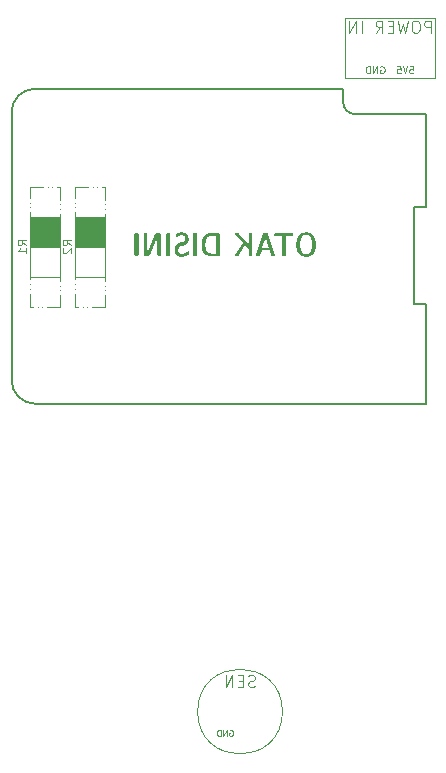
<source format=gbr>
%TF.GenerationSoftware,KiCad,Pcbnew,7.0.9+dfsg-1*%
%TF.CreationDate,2023-12-18T20:04:21+07:00*%
%TF.ProjectId,wifi,77696669-2e6b-4696-9361-645f70636258,rev?*%
%TF.SameCoordinates,Original*%
%TF.FileFunction,Legend,Bot*%
%TF.FilePolarity,Positive*%
%FSLAX46Y46*%
G04 Gerber Fmt 4.6, Leading zero omitted, Abs format (unit mm)*
G04 Created by KiCad (PCBNEW 7.0.9+dfsg-1) date 2023-12-18 20:04:21*
%MOMM*%
%LPD*%
G01*
G04 APERTURE LIST*
%ADD10C,0.100000*%
%ADD11C,0.150000*%
G04 APERTURE END LIST*
D10*
X163472380Y-78397419D02*
X163472380Y-77397419D01*
X163472380Y-77397419D02*
X163091428Y-77397419D01*
X163091428Y-77397419D02*
X162996190Y-77445038D01*
X162996190Y-77445038D02*
X162948571Y-77492657D01*
X162948571Y-77492657D02*
X162900952Y-77587895D01*
X162900952Y-77587895D02*
X162900952Y-77730752D01*
X162900952Y-77730752D02*
X162948571Y-77825990D01*
X162948571Y-77825990D02*
X162996190Y-77873609D01*
X162996190Y-77873609D02*
X163091428Y-77921228D01*
X163091428Y-77921228D02*
X163472380Y-77921228D01*
X162281904Y-77397419D02*
X162091428Y-77397419D01*
X162091428Y-77397419D02*
X161996190Y-77445038D01*
X161996190Y-77445038D02*
X161900952Y-77540276D01*
X161900952Y-77540276D02*
X161853333Y-77730752D01*
X161853333Y-77730752D02*
X161853333Y-78064085D01*
X161853333Y-78064085D02*
X161900952Y-78254561D01*
X161900952Y-78254561D02*
X161996190Y-78349800D01*
X161996190Y-78349800D02*
X162091428Y-78397419D01*
X162091428Y-78397419D02*
X162281904Y-78397419D01*
X162281904Y-78397419D02*
X162377142Y-78349800D01*
X162377142Y-78349800D02*
X162472380Y-78254561D01*
X162472380Y-78254561D02*
X162519999Y-78064085D01*
X162519999Y-78064085D02*
X162519999Y-77730752D01*
X162519999Y-77730752D02*
X162472380Y-77540276D01*
X162472380Y-77540276D02*
X162377142Y-77445038D01*
X162377142Y-77445038D02*
X162281904Y-77397419D01*
X161519999Y-77397419D02*
X161281904Y-78397419D01*
X161281904Y-78397419D02*
X161091428Y-77683133D01*
X161091428Y-77683133D02*
X160900952Y-78397419D01*
X160900952Y-78397419D02*
X160662857Y-77397419D01*
X160281904Y-77873609D02*
X159948571Y-77873609D01*
X159805714Y-78397419D02*
X160281904Y-78397419D01*
X160281904Y-78397419D02*
X160281904Y-77397419D01*
X160281904Y-77397419D02*
X159805714Y-77397419D01*
X158805714Y-78397419D02*
X159139047Y-77921228D01*
X159377142Y-78397419D02*
X159377142Y-77397419D01*
X159377142Y-77397419D02*
X158996190Y-77397419D01*
X158996190Y-77397419D02*
X158900952Y-77445038D01*
X158900952Y-77445038D02*
X158853333Y-77492657D01*
X158853333Y-77492657D02*
X158805714Y-77587895D01*
X158805714Y-77587895D02*
X158805714Y-77730752D01*
X158805714Y-77730752D02*
X158853333Y-77825990D01*
X158853333Y-77825990D02*
X158900952Y-77873609D01*
X158900952Y-77873609D02*
X158996190Y-77921228D01*
X158996190Y-77921228D02*
X159377142Y-77921228D01*
X157615237Y-78397419D02*
X157615237Y-77397419D01*
X157139047Y-78397419D02*
X157139047Y-77397419D01*
X157139047Y-77397419D02*
X156567619Y-78397419D01*
X156567619Y-78397419D02*
X156567619Y-77397419D01*
X161690000Y-81252371D02*
X161975714Y-81252371D01*
X161975714Y-81252371D02*
X162004286Y-81538085D01*
X162004286Y-81538085D02*
X161975714Y-81509514D01*
X161975714Y-81509514D02*
X161918572Y-81480942D01*
X161918572Y-81480942D02*
X161775714Y-81480942D01*
X161775714Y-81480942D02*
X161718572Y-81509514D01*
X161718572Y-81509514D02*
X161690000Y-81538085D01*
X161690000Y-81538085D02*
X161661429Y-81595228D01*
X161661429Y-81595228D02*
X161661429Y-81738085D01*
X161661429Y-81738085D02*
X161690000Y-81795228D01*
X161690000Y-81795228D02*
X161718572Y-81823800D01*
X161718572Y-81823800D02*
X161775714Y-81852371D01*
X161775714Y-81852371D02*
X161918572Y-81852371D01*
X161918572Y-81852371D02*
X161975714Y-81823800D01*
X161975714Y-81823800D02*
X162004286Y-81795228D01*
X161490000Y-81252371D02*
X161290000Y-81852371D01*
X161290000Y-81852371D02*
X161090000Y-81252371D01*
X160604285Y-81252371D02*
X160889999Y-81252371D01*
X160889999Y-81252371D02*
X160918571Y-81538085D01*
X160918571Y-81538085D02*
X160889999Y-81509514D01*
X160889999Y-81509514D02*
X160832857Y-81480942D01*
X160832857Y-81480942D02*
X160689999Y-81480942D01*
X160689999Y-81480942D02*
X160632857Y-81509514D01*
X160632857Y-81509514D02*
X160604285Y-81538085D01*
X160604285Y-81538085D02*
X160575714Y-81595228D01*
X160575714Y-81595228D02*
X160575714Y-81738085D01*
X160575714Y-81738085D02*
X160604285Y-81795228D01*
X160604285Y-81795228D02*
X160632857Y-81823800D01*
X160632857Y-81823800D02*
X160689999Y-81852371D01*
X160689999Y-81852371D02*
X160832857Y-81852371D01*
X160832857Y-81852371D02*
X160889999Y-81823800D01*
X160889999Y-81823800D02*
X160918571Y-81795228D01*
X159207142Y-81280942D02*
X159264285Y-81252371D01*
X159264285Y-81252371D02*
X159349999Y-81252371D01*
X159349999Y-81252371D02*
X159435713Y-81280942D01*
X159435713Y-81280942D02*
X159492856Y-81338085D01*
X159492856Y-81338085D02*
X159521427Y-81395228D01*
X159521427Y-81395228D02*
X159549999Y-81509514D01*
X159549999Y-81509514D02*
X159549999Y-81595228D01*
X159549999Y-81595228D02*
X159521427Y-81709514D01*
X159521427Y-81709514D02*
X159492856Y-81766657D01*
X159492856Y-81766657D02*
X159435713Y-81823800D01*
X159435713Y-81823800D02*
X159349999Y-81852371D01*
X159349999Y-81852371D02*
X159292856Y-81852371D01*
X159292856Y-81852371D02*
X159207142Y-81823800D01*
X159207142Y-81823800D02*
X159178570Y-81795228D01*
X159178570Y-81795228D02*
X159178570Y-81595228D01*
X159178570Y-81595228D02*
X159292856Y-81595228D01*
X158921427Y-81852371D02*
X158921427Y-81252371D01*
X158921427Y-81252371D02*
X158578570Y-81852371D01*
X158578570Y-81852371D02*
X158578570Y-81252371D01*
X158292856Y-81852371D02*
X158292856Y-81252371D01*
X158292856Y-81252371D02*
X158149999Y-81252371D01*
X158149999Y-81252371D02*
X158064285Y-81280942D01*
X158064285Y-81280942D02*
X158007142Y-81338085D01*
X158007142Y-81338085D02*
X157978571Y-81395228D01*
X157978571Y-81395228D02*
X157949999Y-81509514D01*
X157949999Y-81509514D02*
X157949999Y-81595228D01*
X157949999Y-81595228D02*
X157978571Y-81709514D01*
X157978571Y-81709514D02*
X158007142Y-81766657D01*
X158007142Y-81766657D02*
X158064285Y-81823800D01*
X158064285Y-81823800D02*
X158149999Y-81852371D01*
X158149999Y-81852371D02*
X158292856Y-81852371D01*
X148581904Y-133759800D02*
X148439047Y-133807419D01*
X148439047Y-133807419D02*
X148200952Y-133807419D01*
X148200952Y-133807419D02*
X148105714Y-133759800D01*
X148105714Y-133759800D02*
X148058095Y-133712180D01*
X148058095Y-133712180D02*
X148010476Y-133616942D01*
X148010476Y-133616942D02*
X148010476Y-133521704D01*
X148010476Y-133521704D02*
X148058095Y-133426466D01*
X148058095Y-133426466D02*
X148105714Y-133378847D01*
X148105714Y-133378847D02*
X148200952Y-133331228D01*
X148200952Y-133331228D02*
X148391428Y-133283609D01*
X148391428Y-133283609D02*
X148486666Y-133235990D01*
X148486666Y-133235990D02*
X148534285Y-133188371D01*
X148534285Y-133188371D02*
X148581904Y-133093133D01*
X148581904Y-133093133D02*
X148581904Y-132997895D01*
X148581904Y-132997895D02*
X148534285Y-132902657D01*
X148534285Y-132902657D02*
X148486666Y-132855038D01*
X148486666Y-132855038D02*
X148391428Y-132807419D01*
X148391428Y-132807419D02*
X148153333Y-132807419D01*
X148153333Y-132807419D02*
X148010476Y-132855038D01*
X147581904Y-133283609D02*
X147248571Y-133283609D01*
X147105714Y-133807419D02*
X147581904Y-133807419D01*
X147581904Y-133807419D02*
X147581904Y-132807419D01*
X147581904Y-132807419D02*
X147105714Y-132807419D01*
X146677142Y-133807419D02*
X146677142Y-132807419D01*
X146677142Y-132807419D02*
X146105714Y-133807419D01*
X146105714Y-133807419D02*
X146105714Y-132807419D01*
X146430952Y-137479919D02*
X146478571Y-137456109D01*
X146478571Y-137456109D02*
X146550000Y-137456109D01*
X146550000Y-137456109D02*
X146621428Y-137479919D01*
X146621428Y-137479919D02*
X146669047Y-137527538D01*
X146669047Y-137527538D02*
X146692857Y-137575157D01*
X146692857Y-137575157D02*
X146716666Y-137670395D01*
X146716666Y-137670395D02*
X146716666Y-137741823D01*
X146716666Y-137741823D02*
X146692857Y-137837061D01*
X146692857Y-137837061D02*
X146669047Y-137884680D01*
X146669047Y-137884680D02*
X146621428Y-137932300D01*
X146621428Y-137932300D02*
X146550000Y-137956109D01*
X146550000Y-137956109D02*
X146502381Y-137956109D01*
X146502381Y-137956109D02*
X146430952Y-137932300D01*
X146430952Y-137932300D02*
X146407143Y-137908490D01*
X146407143Y-137908490D02*
X146407143Y-137741823D01*
X146407143Y-137741823D02*
X146502381Y-137741823D01*
X146192857Y-137956109D02*
X146192857Y-137456109D01*
X146192857Y-137456109D02*
X145907143Y-137956109D01*
X145907143Y-137956109D02*
X145907143Y-137456109D01*
X145669047Y-137956109D02*
X145669047Y-137456109D01*
X145669047Y-137456109D02*
X145549999Y-137456109D01*
X145549999Y-137456109D02*
X145478571Y-137479919D01*
X145478571Y-137479919D02*
X145430952Y-137527538D01*
X145430952Y-137527538D02*
X145407142Y-137575157D01*
X145407142Y-137575157D02*
X145383333Y-137670395D01*
X145383333Y-137670395D02*
X145383333Y-137741823D01*
X145383333Y-137741823D02*
X145407142Y-137837061D01*
X145407142Y-137837061D02*
X145430952Y-137884680D01*
X145430952Y-137884680D02*
X145478571Y-137932300D01*
X145478571Y-137932300D02*
X145549999Y-137956109D01*
X145549999Y-137956109D02*
X145669047Y-137956109D01*
X132998633Y-96403333D02*
X132665300Y-96170000D01*
X132998633Y-96003333D02*
X132298633Y-96003333D01*
X132298633Y-96003333D02*
X132298633Y-96270000D01*
X132298633Y-96270000D02*
X132331966Y-96336667D01*
X132331966Y-96336667D02*
X132365300Y-96370000D01*
X132365300Y-96370000D02*
X132431966Y-96403333D01*
X132431966Y-96403333D02*
X132531966Y-96403333D01*
X132531966Y-96403333D02*
X132598633Y-96370000D01*
X132598633Y-96370000D02*
X132631966Y-96336667D01*
X132631966Y-96336667D02*
X132665300Y-96270000D01*
X132665300Y-96270000D02*
X132665300Y-96003333D01*
X132365300Y-96670000D02*
X132331966Y-96703333D01*
X132331966Y-96703333D02*
X132298633Y-96770000D01*
X132298633Y-96770000D02*
X132298633Y-96936667D01*
X132298633Y-96936667D02*
X132331966Y-97003333D01*
X132331966Y-97003333D02*
X132365300Y-97036667D01*
X132365300Y-97036667D02*
X132431966Y-97070000D01*
X132431966Y-97070000D02*
X132498633Y-97070000D01*
X132498633Y-97070000D02*
X132598633Y-97036667D01*
X132598633Y-97036667D02*
X132998633Y-96636667D01*
X132998633Y-96636667D02*
X132998633Y-97070000D01*
D11*
G36*
X152935407Y-95319482D02*
G01*
X152960060Y-95320440D01*
X152984522Y-95322032D01*
X153008782Y-95324254D01*
X153032825Y-95327104D01*
X153056638Y-95330577D01*
X153080208Y-95334671D01*
X153103522Y-95339381D01*
X153126566Y-95344704D01*
X153149327Y-95350638D01*
X153171792Y-95357177D01*
X153193946Y-95364319D01*
X153215778Y-95372061D01*
X153237273Y-95380398D01*
X153258419Y-95389328D01*
X153279202Y-95398846D01*
X153299608Y-95408950D01*
X153319624Y-95419636D01*
X153339237Y-95430900D01*
X153358434Y-95442738D01*
X153377202Y-95455149D01*
X153395526Y-95468127D01*
X153413394Y-95481669D01*
X153430792Y-95495773D01*
X153447708Y-95510433D01*
X153464127Y-95525648D01*
X153480036Y-95541413D01*
X153495422Y-95557725D01*
X153510272Y-95574581D01*
X153524573Y-95591976D01*
X153538310Y-95609909D01*
X153551471Y-95628374D01*
X153570616Y-95658156D01*
X153589159Y-95689359D01*
X153607012Y-95722143D01*
X153624088Y-95756670D01*
X153632307Y-95774637D01*
X153640299Y-95793100D01*
X153648053Y-95812079D01*
X153655559Y-95831594D01*
X153662804Y-95851666D01*
X153669779Y-95872314D01*
X153676473Y-95893559D01*
X153682874Y-95915420D01*
X153688971Y-95937918D01*
X153694755Y-95961073D01*
X153700213Y-95984906D01*
X153705335Y-96009435D01*
X153710110Y-96034682D01*
X153714526Y-96060667D01*
X153718575Y-96087409D01*
X153722243Y-96114928D01*
X153725520Y-96143246D01*
X153728396Y-96172381D01*
X153730860Y-96202355D01*
X153732900Y-96233187D01*
X153734505Y-96264897D01*
X153735666Y-96297505D01*
X153736370Y-96331033D01*
X153736607Y-96365498D01*
X153736505Y-96388643D01*
X153736181Y-96412082D01*
X153735613Y-96435793D01*
X153734776Y-96459753D01*
X153733649Y-96483940D01*
X153732206Y-96508329D01*
X153730424Y-96532899D01*
X153728280Y-96557626D01*
X153725751Y-96582488D01*
X153722812Y-96607461D01*
X153719441Y-96632523D01*
X153715613Y-96657651D01*
X153711305Y-96682822D01*
X153706495Y-96708013D01*
X153701157Y-96733201D01*
X153695269Y-96758363D01*
X153688807Y-96783477D01*
X153681748Y-96808519D01*
X153674068Y-96833466D01*
X153665744Y-96858297D01*
X153656751Y-96882987D01*
X153647067Y-96907513D01*
X153636668Y-96931854D01*
X153625530Y-96955986D01*
X153613631Y-96979886D01*
X153600945Y-97003531D01*
X153587451Y-97026899D01*
X153573124Y-97049966D01*
X153557941Y-97072710D01*
X153541878Y-97095107D01*
X153524912Y-97117135D01*
X153507019Y-97138771D01*
X153482380Y-97165578D01*
X153455765Y-97191180D01*
X153427237Y-97215503D01*
X153396858Y-97238476D01*
X153364690Y-97260026D01*
X153347954Y-97270246D01*
X153330795Y-97280082D01*
X153313220Y-97289527D01*
X153295236Y-97298571D01*
X153276852Y-97307205D01*
X153258075Y-97315420D01*
X153238913Y-97323207D01*
X153219373Y-97330558D01*
X153199465Y-97337462D01*
X153179195Y-97343911D01*
X153158571Y-97349897D01*
X153137600Y-97355409D01*
X153116292Y-97360439D01*
X153094653Y-97364978D01*
X153072692Y-97369017D01*
X153050415Y-97372547D01*
X153027831Y-97375558D01*
X153004948Y-97378042D01*
X152981774Y-97379990D01*
X152958315Y-97381393D01*
X152934581Y-97382241D01*
X152910578Y-97382526D01*
X152873239Y-97381819D01*
X152834984Y-97379623D01*
X152795994Y-97375822D01*
X152776281Y-97373282D01*
X152756453Y-97370298D01*
X152736533Y-97366855D01*
X152716543Y-97362937D01*
X152696506Y-97358532D01*
X152676445Y-97353623D01*
X152656384Y-97348197D01*
X152636344Y-97342239D01*
X152616349Y-97335735D01*
X152596421Y-97328670D01*
X152576583Y-97321030D01*
X152556858Y-97312800D01*
X152537269Y-97303965D01*
X152517838Y-97294512D01*
X152498589Y-97284426D01*
X152479544Y-97273692D01*
X152460726Y-97262295D01*
X152442158Y-97250222D01*
X152423863Y-97237458D01*
X152405863Y-97223988D01*
X152388181Y-97209798D01*
X152370840Y-97194873D01*
X152353864Y-97179199D01*
X152337273Y-97162761D01*
X152321093Y-97145545D01*
X152305344Y-97127536D01*
X152288207Y-97106382D01*
X152271953Y-97084792D01*
X152256558Y-97062795D01*
X152242001Y-97040416D01*
X152228260Y-97017681D01*
X152215313Y-96994617D01*
X152203137Y-96971249D01*
X152191710Y-96947605D01*
X152181010Y-96923711D01*
X152171015Y-96899592D01*
X152161703Y-96875276D01*
X152153051Y-96850788D01*
X152145038Y-96826155D01*
X152137640Y-96801403D01*
X152130836Y-96776558D01*
X152124605Y-96751646D01*
X152118922Y-96726695D01*
X152113767Y-96701730D01*
X152109117Y-96676777D01*
X152104951Y-96651864D01*
X152101245Y-96627015D01*
X152097977Y-96602258D01*
X152095126Y-96577618D01*
X152092670Y-96553123D01*
X152090585Y-96528798D01*
X152088851Y-96504669D01*
X152087444Y-96480763D01*
X152086342Y-96457107D01*
X152085524Y-96433726D01*
X152084968Y-96410646D01*
X152084650Y-96387895D01*
X152084549Y-96365498D01*
X152084647Y-96340379D01*
X152084945Y-96320069D01*
X152426000Y-96320069D01*
X152426080Y-96353729D01*
X152426385Y-96387981D01*
X152427015Y-96422756D01*
X152428069Y-96457983D01*
X152429647Y-96493590D01*
X152431848Y-96529507D01*
X152434772Y-96565663D01*
X152438518Y-96601987D01*
X152443185Y-96638408D01*
X152448874Y-96674856D01*
X152455683Y-96711259D01*
X152463713Y-96747548D01*
X152473062Y-96783650D01*
X152483829Y-96819495D01*
X152496116Y-96855013D01*
X152510020Y-96890132D01*
X152520244Y-96912843D01*
X152530929Y-96934376D01*
X152542045Y-96954761D01*
X152553558Y-96974029D01*
X152565438Y-96992208D01*
X152577655Y-97009329D01*
X152590176Y-97025422D01*
X152602969Y-97040517D01*
X152629252Y-97067832D01*
X152656251Y-97091515D01*
X152683716Y-97111805D01*
X152711398Y-97128941D01*
X152739045Y-97143163D01*
X152766408Y-97154711D01*
X152793235Y-97163825D01*
X152819277Y-97170744D01*
X152844283Y-97175709D01*
X152868002Y-97178958D01*
X152890184Y-97180732D01*
X152910578Y-97181270D01*
X152931402Y-97180699D01*
X152953955Y-97178833D01*
X152977987Y-97175441D01*
X153003245Y-97170294D01*
X153029480Y-97163160D01*
X153056440Y-97153809D01*
X153083873Y-97142012D01*
X153111529Y-97127536D01*
X153139156Y-97110153D01*
X153166504Y-97089631D01*
X153193320Y-97065740D01*
X153219354Y-97038250D01*
X153232000Y-97023083D01*
X153244356Y-97006930D01*
X153256390Y-96989763D01*
X153268072Y-96971551D01*
X153279370Y-96952266D01*
X153290253Y-96931881D01*
X153300690Y-96910365D01*
X153310648Y-96887690D01*
X153323183Y-96856344D01*
X153334454Y-96824731D01*
X153344522Y-96792791D01*
X153353451Y-96760462D01*
X153361304Y-96727684D01*
X153368144Y-96694395D01*
X153374034Y-96660536D01*
X153379036Y-96626045D01*
X153383214Y-96590861D01*
X153386630Y-96554923D01*
X153389348Y-96518171D01*
X153391431Y-96480544D01*
X153392941Y-96441982D01*
X153393502Y-96422330D01*
X153393942Y-96402422D01*
X153394271Y-96382249D01*
X153394497Y-96361805D01*
X153394626Y-96341081D01*
X153394667Y-96320069D01*
X153394642Y-96292871D01*
X153394465Y-96263291D01*
X153393985Y-96231596D01*
X153393049Y-96198047D01*
X153391507Y-96162910D01*
X153389206Y-96126449D01*
X153385995Y-96088927D01*
X153381722Y-96050608D01*
X153379140Y-96031233D01*
X153376236Y-96011758D01*
X153372990Y-95992215D01*
X153369384Y-95972639D01*
X153365399Y-95953061D01*
X153361016Y-95933515D01*
X153356215Y-95914034D01*
X153350978Y-95894652D01*
X153345287Y-95875400D01*
X153339121Y-95856312D01*
X153332462Y-95837421D01*
X153325291Y-95818760D01*
X153317589Y-95800362D01*
X153309337Y-95782260D01*
X153300517Y-95764487D01*
X153291108Y-95747076D01*
X153271540Y-95714207D01*
X153250675Y-95684393D01*
X153228670Y-95657504D01*
X153205684Y-95633411D01*
X153181874Y-95611986D01*
X153157397Y-95593100D01*
X153132410Y-95576623D01*
X153107071Y-95562428D01*
X153081538Y-95550385D01*
X153055967Y-95540366D01*
X153030517Y-95532242D01*
X153005344Y-95525883D01*
X152980607Y-95521162D01*
X152956461Y-95517949D01*
X152933066Y-95516116D01*
X152910578Y-95515533D01*
X152883543Y-95516413D01*
X152862930Y-95518222D01*
X152840558Y-95521283D01*
X152816692Y-95525832D01*
X152791600Y-95532105D01*
X152765550Y-95540336D01*
X152738807Y-95550762D01*
X152711638Y-95563618D01*
X152684311Y-95579138D01*
X152657092Y-95597559D01*
X152630249Y-95619116D01*
X152604048Y-95644044D01*
X152578756Y-95672580D01*
X152566534Y-95688273D01*
X152554640Y-95704957D01*
X152543106Y-95722660D01*
X152531967Y-95741412D01*
X152521255Y-95761242D01*
X152504971Y-95795537D01*
X152490655Y-95830554D01*
X152478181Y-95866157D01*
X152467422Y-95902208D01*
X152458252Y-95938571D01*
X152450544Y-95975110D01*
X152444171Y-96011687D01*
X152439006Y-96048166D01*
X152434924Y-96084410D01*
X152431796Y-96120283D01*
X152429497Y-96155648D01*
X152427901Y-96190369D01*
X152426879Y-96224308D01*
X152426306Y-96257328D01*
X152426056Y-96289295D01*
X152426000Y-96320069D01*
X152084945Y-96320069D01*
X152085080Y-96310907D01*
X152086059Y-96277493D01*
X152087793Y-96240545D01*
X152089008Y-96220875D01*
X152090491Y-96200475D01*
X152092267Y-96179397D01*
X152094363Y-96157693D01*
X152096805Y-96135412D01*
X152099620Y-96112607D01*
X152102832Y-96089329D01*
X152106470Y-96065629D01*
X152110558Y-96041559D01*
X152115123Y-96017169D01*
X152120191Y-95992511D01*
X152125789Y-95967635D01*
X152131942Y-95942595D01*
X152138677Y-95917440D01*
X152146020Y-95892221D01*
X152153998Y-95866991D01*
X152162636Y-95841800D01*
X152171960Y-95816700D01*
X152181998Y-95791742D01*
X152192774Y-95766977D01*
X152204316Y-95742456D01*
X152216649Y-95718230D01*
X152229800Y-95694352D01*
X152243795Y-95670872D01*
X152262257Y-95642615D01*
X152281342Y-95615885D01*
X152301003Y-95590641D01*
X152321192Y-95566842D01*
X152341864Y-95544445D01*
X152362970Y-95523411D01*
X152384465Y-95503697D01*
X152406301Y-95485262D01*
X152428430Y-95468066D01*
X152450807Y-95452066D01*
X152473384Y-95437221D01*
X152496114Y-95423490D01*
X152518951Y-95410832D01*
X152541846Y-95399205D01*
X152564754Y-95388568D01*
X152587628Y-95378879D01*
X152610420Y-95370098D01*
X152633083Y-95362183D01*
X152655571Y-95355093D01*
X152677837Y-95348786D01*
X152699833Y-95343221D01*
X152721512Y-95338357D01*
X152742829Y-95334152D01*
X152763735Y-95330565D01*
X152784183Y-95327555D01*
X152804128Y-95325080D01*
X152842317Y-95321572D01*
X152877925Y-95319709D01*
X152910578Y-95319162D01*
X152935407Y-95319482D01*
G37*
G36*
X150229280Y-95524815D02*
G01*
X150229592Y-95503533D01*
X150230848Y-95483980D01*
X150234823Y-95460735D01*
X150242469Y-95440893D01*
X150254927Y-95424644D01*
X150273336Y-95412175D01*
X150291733Y-95405419D01*
X150314598Y-95400975D01*
X150342413Y-95398924D01*
X150352867Y-95398785D01*
X151713788Y-95398785D01*
X151739470Y-95399484D01*
X151761697Y-95401751D01*
X151786310Y-95407649D01*
X151805621Y-95417386D01*
X151820112Y-95431562D01*
X151830265Y-95450778D01*
X151836559Y-95475636D01*
X151839037Y-95498343D01*
X151839817Y-95524815D01*
X151838903Y-95553092D01*
X151836060Y-95576896D01*
X151831134Y-95596596D01*
X151821066Y-95617118D01*
X151806665Y-95631876D01*
X151787573Y-95641747D01*
X151763426Y-95647607D01*
X151741783Y-95649896D01*
X151716943Y-95650792D01*
X151707926Y-95650844D01*
X151203809Y-95642540D01*
X151203809Y-97194459D01*
X151203110Y-97220129D01*
X151200843Y-97242323D01*
X151194945Y-97266867D01*
X151185209Y-97286093D01*
X151171033Y-97300493D01*
X151151816Y-97310560D01*
X151126959Y-97316786D01*
X151104252Y-97319231D01*
X151077780Y-97320000D01*
X150985456Y-97320000D01*
X150959846Y-97319233D01*
X150937817Y-97316805D01*
X150913614Y-97310650D01*
X150894815Y-97300739D01*
X150880870Y-97286615D01*
X150871230Y-97267819D01*
X150865346Y-97243895D01*
X150863066Y-97222310D01*
X150862358Y-97197390D01*
X150862358Y-95642540D01*
X150358240Y-95650844D01*
X150332486Y-95650273D01*
X150310061Y-95648339D01*
X150290791Y-95644707D01*
X150269706Y-95636650D01*
X150253511Y-95624193D01*
X150241791Y-95606547D01*
X150234136Y-95582922D01*
X150230814Y-95560804D01*
X150229373Y-95534545D01*
X150229280Y-95524815D01*
G37*
G36*
X149564838Y-95381891D02*
G01*
X149586357Y-95383306D01*
X149608676Y-95387149D01*
X149631007Y-95394633D01*
X149652560Y-95406971D01*
X149667738Y-95420140D01*
X149681701Y-95437235D01*
X149694115Y-95458767D01*
X149704646Y-95485247D01*
X150244912Y-97205694D01*
X150250699Y-97225010D01*
X150255591Y-97244631D01*
X150256147Y-97250635D01*
X150253174Y-97273530D01*
X150242280Y-97294244D01*
X150225456Y-97307654D01*
X150204893Y-97315349D01*
X150182782Y-97318916D01*
X150161316Y-97319942D01*
X150149657Y-97320000D01*
X150104716Y-97320000D01*
X150082856Y-97319425D01*
X150063332Y-97317738D01*
X150038075Y-97313246D01*
X150017170Y-97306565D01*
X149995135Y-97294579D01*
X149978595Y-97279485D01*
X149966269Y-97261730D01*
X149956873Y-97241759D01*
X149949126Y-97220019D01*
X149945470Y-97208625D01*
X149827745Y-96842260D01*
X149150215Y-96842260D01*
X149057403Y-97141214D01*
X149049389Y-97166728D01*
X149041881Y-97189849D01*
X149034675Y-97210680D01*
X149027567Y-97229324D01*
X149016643Y-97253416D01*
X149004792Y-97273168D01*
X148991326Y-97288927D01*
X148975558Y-97301040D01*
X148956798Y-97309857D01*
X148934358Y-97315723D01*
X148907550Y-97318988D01*
X148886912Y-97319891D01*
X148875686Y-97320000D01*
X148780431Y-97320000D01*
X148760403Y-97319735D01*
X148738416Y-97317883D01*
X148716662Y-97312855D01*
X148697332Y-97303065D01*
X148682617Y-97286924D01*
X148675640Y-97268372D01*
X148673942Y-97250635D01*
X148678681Y-97230233D01*
X148685177Y-97211067D01*
X148866695Y-96632212D01*
X149214207Y-96632212D01*
X149763265Y-96632212D01*
X149600599Y-96093900D01*
X149591208Y-96062538D01*
X149581933Y-96031358D01*
X149572825Y-96000474D01*
X149563932Y-95970001D01*
X149555302Y-95940051D01*
X149546984Y-95910738D01*
X149539026Y-95882177D01*
X149531478Y-95854481D01*
X149524388Y-95827764D01*
X149517804Y-95802140D01*
X149511776Y-95777722D01*
X149506352Y-95754624D01*
X149501580Y-95732960D01*
X149497509Y-95712844D01*
X149492825Y-95685821D01*
X149491667Y-95677711D01*
X149488736Y-95677711D01*
X149485015Y-95698968D01*
X149480171Y-95722745D01*
X149474341Y-95748677D01*
X149467662Y-95776400D01*
X149460270Y-95805548D01*
X149452303Y-95835757D01*
X149443895Y-95866661D01*
X149435185Y-95897896D01*
X149426310Y-95929096D01*
X149417404Y-95959897D01*
X149408607Y-95989934D01*
X149400053Y-96018842D01*
X149391879Y-96046255D01*
X149384224Y-96071810D01*
X149377222Y-96095140D01*
X149371011Y-96115882D01*
X149214207Y-96632212D01*
X148866695Y-96632212D01*
X149225442Y-95488178D01*
X149232173Y-95469433D01*
X149243699Y-95445654D01*
X149256720Y-95426614D01*
X149270991Y-95411785D01*
X149291536Y-95397655D01*
X149313281Y-95388828D01*
X149335641Y-95384057D01*
X149358033Y-95382094D01*
X149379872Y-95381692D01*
X149385177Y-95381688D01*
X149544912Y-95381688D01*
X149564838Y-95381891D01*
G37*
G36*
X146879734Y-97244773D02*
G01*
X147563125Y-96183293D01*
X146927605Y-95490621D01*
X146913298Y-95474831D01*
X146900279Y-95458174D01*
X146893999Y-95438473D01*
X146893900Y-95434933D01*
X146897542Y-95413671D01*
X146910036Y-95396737D01*
X146928874Y-95387172D01*
X146951389Y-95382873D01*
X146971037Y-95381792D01*
X146986224Y-95381688D01*
X147089782Y-95381688D01*
X147109982Y-95381803D01*
X147133254Y-95382992D01*
X147155122Y-95386597D01*
X147176435Y-95393958D01*
X147193657Y-95403454D01*
X147211503Y-95416899D01*
X147230408Y-95434981D01*
X147235351Y-95440307D01*
X148036468Y-96311765D01*
X148036468Y-95504787D01*
X148036966Y-95481772D01*
X148038702Y-95461320D01*
X148043570Y-95437923D01*
X148052141Y-95418812D01*
X148065274Y-95403830D01*
X148083828Y-95392824D01*
X148108662Y-95385639D01*
X148131925Y-95382665D01*
X148159566Y-95381688D01*
X148221115Y-95381688D01*
X148246910Y-95382399D01*
X148269206Y-95384696D01*
X148293853Y-95390651D01*
X148313151Y-95400447D01*
X148327597Y-95414667D01*
X148337690Y-95433897D01*
X148343928Y-95458720D01*
X148346375Y-95481358D01*
X148347145Y-95507718D01*
X148347145Y-97194459D01*
X148346446Y-97220129D01*
X148344179Y-97242323D01*
X148338281Y-97266867D01*
X148328544Y-97286093D01*
X148314368Y-97300493D01*
X148295152Y-97310560D01*
X148270294Y-97316786D01*
X148247587Y-97319231D01*
X148221115Y-97320000D01*
X148159566Y-97320000D01*
X148133844Y-97319233D01*
X148111746Y-97316805D01*
X148087508Y-97310650D01*
X148068722Y-97300739D01*
X148054823Y-97286615D01*
X148045242Y-97267819D01*
X148039414Y-97243895D01*
X148037164Y-97222310D01*
X148036468Y-97197390D01*
X148036468Y-96697180D01*
X147764870Y-96401158D01*
X147213369Y-97256008D01*
X147199453Y-97276429D01*
X147186762Y-97291973D01*
X147171208Y-97305555D01*
X147150607Y-97314991D01*
X147129701Y-97318656D01*
X147109225Y-97319774D01*
X147084409Y-97320000D01*
X146974988Y-97320000D01*
X146954066Y-97319853D01*
X146931072Y-97318326D01*
X146911901Y-97313700D01*
X146894417Y-97301634D01*
X146884840Y-97284129D01*
X146880688Y-97264009D01*
X146879734Y-97244773D01*
G37*
G36*
X145503575Y-95382399D02*
G01*
X145525870Y-95384696D01*
X145550518Y-95390651D01*
X145569815Y-95400447D01*
X145584262Y-95414667D01*
X145594355Y-95433897D01*
X145600592Y-95458720D01*
X145603040Y-95481358D01*
X145603809Y-95507718D01*
X145603809Y-97194459D01*
X145603110Y-97220129D01*
X145600843Y-97242323D01*
X145594945Y-97266867D01*
X145585209Y-97286093D01*
X145571033Y-97300493D01*
X145551816Y-97310560D01*
X145526959Y-97316786D01*
X145504252Y-97319231D01*
X145477780Y-97320000D01*
X144864730Y-97320000D01*
X144827568Y-97319297D01*
X144789656Y-97317131D01*
X144751172Y-97313408D01*
X144731770Y-97310935D01*
X144712292Y-97308039D01*
X144692760Y-97304709D01*
X144673195Y-97300933D01*
X144653620Y-97296700D01*
X144634058Y-97291998D01*
X144614530Y-97286817D01*
X144595058Y-97281145D01*
X144575666Y-97274970D01*
X144556374Y-97268281D01*
X144537205Y-97261067D01*
X144518181Y-97253317D01*
X144499325Y-97245018D01*
X144480658Y-97236160D01*
X144462204Y-97226732D01*
X144443983Y-97216721D01*
X144426018Y-97206118D01*
X144408332Y-97194909D01*
X144390946Y-97183084D01*
X144373883Y-97170632D01*
X144357165Y-97157541D01*
X144340814Y-97143800D01*
X144324852Y-97129398D01*
X144309302Y-97114322D01*
X144294185Y-97098562D01*
X144279524Y-97082107D01*
X144263589Y-97063603D01*
X144248381Y-97044736D01*
X144233885Y-97025515D01*
X144220087Y-97005954D01*
X144206973Y-96986062D01*
X144194527Y-96965851D01*
X144182736Y-96945332D01*
X144171584Y-96924517D01*
X144161058Y-96903416D01*
X144151143Y-96882041D01*
X144141824Y-96860402D01*
X144133087Y-96838512D01*
X144124918Y-96816381D01*
X144117301Y-96794020D01*
X144110223Y-96771441D01*
X144103669Y-96748654D01*
X144097625Y-96725672D01*
X144092075Y-96702505D01*
X144087006Y-96679163D01*
X144082403Y-96655660D01*
X144078252Y-96632005D01*
X144074537Y-96608210D01*
X144071245Y-96584286D01*
X144068361Y-96560244D01*
X144065871Y-96536095D01*
X144063759Y-96511852D01*
X144062013Y-96487523D01*
X144060616Y-96463122D01*
X144059555Y-96438659D01*
X144058815Y-96414145D01*
X144058382Y-96389592D01*
X144058240Y-96365010D01*
X144391388Y-96365010D01*
X144391405Y-96386789D01*
X144391526Y-96410170D01*
X144391854Y-96435002D01*
X144392492Y-96461134D01*
X144393545Y-96488416D01*
X144395116Y-96516699D01*
X144397309Y-96545831D01*
X144400226Y-96575662D01*
X144403972Y-96606042D01*
X144408650Y-96636820D01*
X144414364Y-96667847D01*
X144421218Y-96698971D01*
X144429314Y-96730043D01*
X144438757Y-96760912D01*
X144449649Y-96791427D01*
X144462096Y-96821439D01*
X144476200Y-96850797D01*
X144492064Y-96879350D01*
X144509793Y-96906949D01*
X144529490Y-96933442D01*
X144551258Y-96958680D01*
X144575201Y-96982513D01*
X144601424Y-97004789D01*
X144630028Y-97025359D01*
X144661118Y-97044071D01*
X144694798Y-97060777D01*
X144731171Y-97075325D01*
X144770340Y-97087565D01*
X144812409Y-97097347D01*
X144857482Y-97104520D01*
X144905663Y-97108934D01*
X144957054Y-97110439D01*
X145270662Y-97110439D01*
X145270662Y-95591737D01*
X144959985Y-95591737D01*
X144908327Y-95593313D01*
X144859897Y-95597937D01*
X144814591Y-95605447D01*
X144772303Y-95615687D01*
X144732931Y-95628497D01*
X144696370Y-95643718D01*
X144662516Y-95661190D01*
X144631265Y-95680756D01*
X144602512Y-95702256D01*
X144576154Y-95725531D01*
X144552086Y-95750422D01*
X144530205Y-95776771D01*
X144510406Y-95804418D01*
X144492586Y-95833205D01*
X144476639Y-95862972D01*
X144462462Y-95893560D01*
X144449951Y-95924811D01*
X144439002Y-95956566D01*
X144429510Y-95988666D01*
X144421372Y-96020951D01*
X144414483Y-96053263D01*
X144408740Y-96085443D01*
X144404037Y-96117332D01*
X144400272Y-96148771D01*
X144397339Y-96179601D01*
X144395136Y-96209663D01*
X144393557Y-96238799D01*
X144392498Y-96266848D01*
X144391856Y-96293653D01*
X144391526Y-96319054D01*
X144391405Y-96342893D01*
X144391388Y-96365010D01*
X144058240Y-96365010D01*
X144058405Y-96338018D01*
X144058901Y-96311445D01*
X144059730Y-96285284D01*
X144060895Y-96259529D01*
X144062396Y-96234177D01*
X144064236Y-96209220D01*
X144066417Y-96184654D01*
X144068941Y-96160472D01*
X144071810Y-96136669D01*
X144075026Y-96113241D01*
X144078591Y-96090180D01*
X144082506Y-96067482D01*
X144086774Y-96045141D01*
X144091397Y-96023152D01*
X144096377Y-96001508D01*
X144101715Y-95980205D01*
X144107415Y-95959237D01*
X144113476Y-95938598D01*
X144119902Y-95918283D01*
X144126695Y-95898287D01*
X144133856Y-95878603D01*
X144141388Y-95859226D01*
X144149292Y-95840150D01*
X144157571Y-95821371D01*
X144166226Y-95802882D01*
X144175259Y-95784679D01*
X144184673Y-95766754D01*
X144194469Y-95749104D01*
X144204649Y-95731722D01*
X144215215Y-95714602D01*
X144226170Y-95697740D01*
X144237515Y-95681130D01*
X144251180Y-95662091D01*
X144265419Y-95643716D01*
X144280214Y-95625999D01*
X144295546Y-95608938D01*
X144311396Y-95592529D01*
X144327746Y-95576767D01*
X144344578Y-95561649D01*
X144361872Y-95547170D01*
X144379611Y-95533328D01*
X144397776Y-95520119D01*
X144416348Y-95507537D01*
X144435308Y-95495581D01*
X144454639Y-95484245D01*
X144474322Y-95473526D01*
X144494338Y-95463420D01*
X144514669Y-95453923D01*
X144535296Y-95445032D01*
X144556201Y-95436742D01*
X144577365Y-95429050D01*
X144598770Y-95421951D01*
X144620397Y-95415443D01*
X144642227Y-95409520D01*
X144664243Y-95404180D01*
X144686425Y-95399419D01*
X144708756Y-95395232D01*
X144731216Y-95391616D01*
X144753787Y-95388566D01*
X144776451Y-95386080D01*
X144799188Y-95384153D01*
X144821982Y-95382781D01*
X144844812Y-95381961D01*
X144867661Y-95381688D01*
X145477780Y-95381688D01*
X145503575Y-95382399D01*
G37*
G36*
X143338701Y-97197390D02*
G01*
X143338701Y-95504787D01*
X143339199Y-95481772D01*
X143340936Y-95461320D01*
X143345803Y-95437923D01*
X143354374Y-95418812D01*
X143367507Y-95403830D01*
X143386061Y-95392824D01*
X143410895Y-95385639D01*
X143434159Y-95382665D01*
X143461799Y-95381688D01*
X143554123Y-95381688D01*
X143579918Y-95382399D01*
X143602214Y-95384696D01*
X143626861Y-95390651D01*
X143646159Y-95400447D01*
X143660605Y-95414667D01*
X143670698Y-95433897D01*
X143676936Y-95458720D01*
X143679383Y-95481358D01*
X143680152Y-95507718D01*
X143680152Y-97194459D01*
X143679442Y-97220129D01*
X143677145Y-97242323D01*
X143671190Y-97266867D01*
X143661394Y-97286093D01*
X143647173Y-97300493D01*
X143627943Y-97310560D01*
X143603121Y-97316786D01*
X143580482Y-97319231D01*
X143554123Y-97320000D01*
X143461799Y-97320000D01*
X143436077Y-97319233D01*
X143413979Y-97316805D01*
X143389741Y-97310650D01*
X143370956Y-97300739D01*
X143357056Y-97286615D01*
X143347475Y-97267819D01*
X143341647Y-97243895D01*
X143339398Y-97222310D01*
X143338701Y-97197390D01*
G37*
G36*
X141785316Y-96769965D02*
G01*
X141785710Y-96742908D01*
X141786588Y-96722993D01*
X141788161Y-96701682D01*
X141790602Y-96679068D01*
X141794081Y-96655245D01*
X141798772Y-96630303D01*
X141804848Y-96604335D01*
X141812480Y-96577434D01*
X141821841Y-96549692D01*
X141833104Y-96521201D01*
X141846441Y-96492054D01*
X141862024Y-96462342D01*
X141880027Y-96432158D01*
X141900620Y-96401595D01*
X141923978Y-96370744D01*
X141936747Y-96355240D01*
X141958372Y-96331239D01*
X141980217Y-96309501D01*
X142002307Y-96289862D01*
X142024667Y-96272160D01*
X142047321Y-96256228D01*
X142070295Y-96241905D01*
X142093614Y-96229025D01*
X142117303Y-96217426D01*
X142141387Y-96206943D01*
X142165892Y-96197413D01*
X142190841Y-96188671D01*
X142216260Y-96180553D01*
X142242174Y-96172897D01*
X142268609Y-96165537D01*
X142295589Y-96158311D01*
X142323139Y-96151053D01*
X142353652Y-96143006D01*
X142381219Y-96135650D01*
X142406056Y-96128888D01*
X142428377Y-96122622D01*
X142448397Y-96116754D01*
X142474582Y-96108483D01*
X142496796Y-96100556D01*
X142515764Y-96092642D01*
X142537259Y-96081538D01*
X142555988Y-96069085D01*
X142573671Y-96054497D01*
X142578129Y-96050425D01*
X142593478Y-96033619D01*
X142608066Y-96016508D01*
X142623423Y-95995835D01*
X142634732Y-95977824D01*
X142645307Y-95957533D01*
X142654648Y-95934845D01*
X142662254Y-95909639D01*
X142667627Y-95881799D01*
X142669721Y-95861717D01*
X142670452Y-95840376D01*
X142668962Y-95804497D01*
X142664572Y-95771373D01*
X142657408Y-95740944D01*
X142647593Y-95713149D01*
X142635250Y-95687927D01*
X142620504Y-95665217D01*
X142603478Y-95644959D01*
X142584296Y-95627091D01*
X142563082Y-95611554D01*
X142539959Y-95598285D01*
X142515052Y-95587224D01*
X142488484Y-95578311D01*
X142460379Y-95571485D01*
X142430861Y-95566684D01*
X142400053Y-95563848D01*
X142368080Y-95562916D01*
X142332270Y-95563819D01*
X142298417Y-95566448D01*
X142266431Y-95570690D01*
X142236219Y-95576426D01*
X142207690Y-95583542D01*
X142180753Y-95591922D01*
X142155316Y-95601450D01*
X142131286Y-95612009D01*
X142108574Y-95623485D01*
X142087086Y-95635760D01*
X142066732Y-95648719D01*
X142047419Y-95662247D01*
X142029057Y-95676227D01*
X142011554Y-95690543D01*
X141994818Y-95705079D01*
X141978757Y-95719720D01*
X141964314Y-95733416D01*
X141945051Y-95739260D01*
X141925242Y-95731877D01*
X141914789Y-95713890D01*
X141911346Y-95700181D01*
X141906203Y-95676249D01*
X141902194Y-95656484D01*
X141897780Y-95634008D01*
X141893194Y-95609920D01*
X141888671Y-95585318D01*
X141884446Y-95561301D01*
X141880751Y-95538969D01*
X141877822Y-95519419D01*
X141875512Y-95499580D01*
X141875198Y-95493063D01*
X141879500Y-95473245D01*
X141895413Y-95459159D01*
X141912182Y-95448691D01*
X141930823Y-95437915D01*
X141942120Y-95431514D01*
X141960294Y-95420995D01*
X141979161Y-95410558D01*
X141998818Y-95400285D01*
X142019362Y-95390260D01*
X142040891Y-95380563D01*
X142063501Y-95371278D01*
X142087291Y-95362487D01*
X142112358Y-95354272D01*
X142138798Y-95346715D01*
X142166709Y-95339899D01*
X142196189Y-95333906D01*
X142227335Y-95328817D01*
X142260244Y-95324717D01*
X142295013Y-95321686D01*
X142331740Y-95319807D01*
X142370522Y-95319162D01*
X142410434Y-95319927D01*
X142448758Y-95322192D01*
X142485515Y-95325918D01*
X142520727Y-95331061D01*
X142554414Y-95337582D01*
X142586598Y-95345437D01*
X142617299Y-95354587D01*
X142646540Y-95364988D01*
X142674339Y-95376600D01*
X142700719Y-95389382D01*
X142725701Y-95403291D01*
X142749306Y-95418287D01*
X142771554Y-95434327D01*
X142792467Y-95451370D01*
X142812065Y-95469375D01*
X142830370Y-95488300D01*
X142847403Y-95508104D01*
X142863185Y-95528745D01*
X142877737Y-95550182D01*
X142891079Y-95572373D01*
X142903233Y-95595277D01*
X142914220Y-95618852D01*
X142924061Y-95643056D01*
X142932777Y-95667849D01*
X142940389Y-95693189D01*
X142946917Y-95719033D01*
X142952384Y-95745342D01*
X142956809Y-95772072D01*
X142960214Y-95799183D01*
X142962621Y-95826634D01*
X142964049Y-95854382D01*
X142964521Y-95882386D01*
X142964150Y-95903106D01*
X142963069Y-95923313D01*
X142961321Y-95942999D01*
X142956005Y-95980785D01*
X142948559Y-96016411D01*
X142939341Y-96049822D01*
X142928706Y-96080966D01*
X142917013Y-96109788D01*
X142904619Y-96136234D01*
X142891880Y-96160252D01*
X142879153Y-96181786D01*
X142866796Y-96200785D01*
X142855165Y-96217194D01*
X142839863Y-96236833D01*
X142825336Y-96253453D01*
X142821394Y-96257543D01*
X142797765Y-96281451D01*
X142774946Y-96302926D01*
X142752774Y-96322155D01*
X142731086Y-96339326D01*
X142709718Y-96354629D01*
X142688507Y-96368251D01*
X142667291Y-96380380D01*
X142645906Y-96391205D01*
X142624189Y-96400914D01*
X142601977Y-96409694D01*
X142579106Y-96417735D01*
X142555414Y-96425223D01*
X142530737Y-96432349D01*
X142504913Y-96439299D01*
X142477778Y-96446262D01*
X142449168Y-96453426D01*
X142425431Y-96460156D01*
X142405867Y-96465512D01*
X142385460Y-96470999D01*
X142364808Y-96476495D01*
X142344510Y-96481880D01*
X142325166Y-96487034D01*
X142301891Y-96493335D01*
X142282794Y-96498724D01*
X142266963Y-96503740D01*
X142242919Y-96518478D01*
X142226618Y-96529884D01*
X142210309Y-96542571D01*
X142194174Y-96556550D01*
X142178392Y-96571836D01*
X142163144Y-96588440D01*
X142148610Y-96606376D01*
X142134970Y-96625656D01*
X142122405Y-96646294D01*
X142111095Y-96668302D01*
X142101221Y-96691694D01*
X142092963Y-96716481D01*
X142086500Y-96742677D01*
X142082014Y-96770296D01*
X142079684Y-96799348D01*
X142079385Y-96814417D01*
X142080011Y-96840010D01*
X142082034Y-96866209D01*
X142085673Y-96892700D01*
X142091147Y-96919174D01*
X142098672Y-96945319D01*
X142108468Y-96970823D01*
X142120752Y-96995375D01*
X142135744Y-97018665D01*
X142153660Y-97040380D01*
X142174721Y-97060210D01*
X142199142Y-97077843D01*
X142227144Y-97092968D01*
X142258944Y-97105274D01*
X142294760Y-97114449D01*
X142314243Y-97117765D01*
X142334811Y-97120182D01*
X142356493Y-97121661D01*
X142379315Y-97122163D01*
X142407602Y-97121541D01*
X142429744Y-97120240D01*
X142454279Y-97118008D01*
X142481003Y-97114657D01*
X142509717Y-97109998D01*
X142540217Y-97103842D01*
X142572302Y-97096000D01*
X142605770Y-97086284D01*
X142640419Y-97074504D01*
X142676048Y-97060471D01*
X142694167Y-97052551D01*
X142712455Y-97043997D01*
X142730887Y-97034785D01*
X142749438Y-97024892D01*
X142768083Y-97014294D01*
X142786795Y-97002968D01*
X142805551Y-96990890D01*
X142824325Y-96978036D01*
X142843091Y-96964383D01*
X142861825Y-96949907D01*
X142880501Y-96934584D01*
X142895320Y-96921675D01*
X142911154Y-96910221D01*
X142924953Y-96906741D01*
X142944763Y-96914237D01*
X142955215Y-96932323D01*
X142958659Y-96945819D01*
X142963834Y-96969914D01*
X142967887Y-96989722D01*
X142972358Y-97012209D01*
X142977009Y-97036283D01*
X142981600Y-97060853D01*
X142985893Y-97084828D01*
X142989648Y-97107115D01*
X142992626Y-97126624D01*
X142994975Y-97146425D01*
X142995295Y-97152937D01*
X142991300Y-97173885D01*
X142976960Y-97188427D01*
X142959644Y-97200404D01*
X142939804Y-97212837D01*
X142920872Y-97224339D01*
X142913718Y-97228653D01*
X142896142Y-97239194D01*
X142878586Y-97249298D01*
X142861053Y-97258972D01*
X142843546Y-97268223D01*
X142826069Y-97277057D01*
X142791214Y-97293501D01*
X142756514Y-97308358D01*
X142721992Y-97321682D01*
X142687672Y-97333526D01*
X142653579Y-97343945D01*
X142619737Y-97352992D01*
X142586170Y-97360721D01*
X142552904Y-97367184D01*
X142519961Y-97372437D01*
X142487367Y-97376532D01*
X142455146Y-97379524D01*
X142423322Y-97381465D01*
X142391920Y-97382410D01*
X142376384Y-97382526D01*
X142338716Y-97381777D01*
X142302368Y-97379551D01*
X142267331Y-97375881D01*
X142233598Y-97370797D01*
X142201161Y-97364332D01*
X142170011Y-97356518D01*
X142140140Y-97347385D01*
X142111541Y-97336967D01*
X142084204Y-97325294D01*
X142058122Y-97312398D01*
X142033287Y-97298312D01*
X142009691Y-97283066D01*
X141987324Y-97266693D01*
X141966180Y-97249225D01*
X141946251Y-97230693D01*
X141927527Y-97211128D01*
X141910001Y-97190563D01*
X141893664Y-97169030D01*
X141878510Y-97146560D01*
X141864528Y-97123185D01*
X141851712Y-97098936D01*
X141840053Y-97073846D01*
X141829543Y-97047946D01*
X141820174Y-97021268D01*
X141811938Y-96993843D01*
X141804826Y-96965704D01*
X141798831Y-96936882D01*
X141793944Y-96907409D01*
X141790157Y-96877317D01*
X141787462Y-96846637D01*
X141785851Y-96815402D01*
X141785316Y-96783642D01*
X141785316Y-96769965D01*
G37*
G36*
X141070173Y-97197390D02*
G01*
X141070173Y-95504787D01*
X141070672Y-95481772D01*
X141072408Y-95461320D01*
X141077275Y-95437923D01*
X141085846Y-95418812D01*
X141098979Y-95403830D01*
X141117534Y-95392824D01*
X141142368Y-95385639D01*
X141165631Y-95382665D01*
X141193272Y-95381688D01*
X141285595Y-95381688D01*
X141311390Y-95382399D01*
X141333686Y-95384696D01*
X141358333Y-95390651D01*
X141377631Y-95400447D01*
X141392078Y-95414667D01*
X141402171Y-95433897D01*
X141408408Y-95458720D01*
X141410856Y-95481358D01*
X141411625Y-95507718D01*
X141411625Y-97194459D01*
X141410914Y-97220129D01*
X141408617Y-97242323D01*
X141402662Y-97266867D01*
X141392867Y-97286093D01*
X141378646Y-97300493D01*
X141359416Y-97310560D01*
X141334593Y-97316786D01*
X141311955Y-97319231D01*
X141285595Y-97320000D01*
X141193272Y-97320000D01*
X141167549Y-97319233D01*
X141145451Y-97316805D01*
X141121213Y-97310650D01*
X141102428Y-97300739D01*
X141088528Y-97286615D01*
X141078948Y-97267819D01*
X141073120Y-97243895D01*
X141070870Y-97222310D01*
X141070173Y-97197390D01*
G37*
G36*
X139175337Y-97197390D02*
G01*
X139175337Y-95504787D01*
X139175836Y-95481772D01*
X139177572Y-95461320D01*
X139182439Y-95437923D01*
X139191010Y-95418812D01*
X139204143Y-95403830D01*
X139222698Y-95392824D01*
X139247532Y-95385639D01*
X139270795Y-95382665D01*
X139298436Y-95381688D01*
X139343376Y-95381688D01*
X139369099Y-95382467D01*
X139391197Y-95384928D01*
X139415435Y-95391151D01*
X139434220Y-95401148D01*
X139448120Y-95415363D01*
X139457700Y-95434244D01*
X139463528Y-95458236D01*
X139465778Y-95479854D01*
X139466475Y-95504787D01*
X139466475Y-97023977D01*
X139469406Y-97023977D01*
X139475605Y-97004236D01*
X139484563Y-96976836D01*
X139493319Y-96951414D01*
X139502106Y-96927209D01*
X139511161Y-96903461D01*
X139520716Y-96879408D01*
X139531005Y-96854290D01*
X139542265Y-96827347D01*
X139550425Y-96807995D01*
X139559189Y-96787267D01*
X139568627Y-96764940D01*
X139578809Y-96740787D01*
X139584200Y-96727955D01*
X140113230Y-95493551D01*
X140124394Y-95469461D01*
X140135825Y-95448945D01*
X140147814Y-95431741D01*
X140165174Y-95413499D01*
X140184739Y-95400052D01*
X140207202Y-95390778D01*
X140226368Y-95386184D01*
X140247845Y-95383322D01*
X140271927Y-95381930D01*
X140289573Y-95381688D01*
X140491318Y-95381688D01*
X140517113Y-95382399D01*
X140539408Y-95384696D01*
X140564056Y-95390651D01*
X140583354Y-95400447D01*
X140597800Y-95414667D01*
X140607893Y-95433897D01*
X140614130Y-95458720D01*
X140616578Y-95481358D01*
X140617347Y-95507718D01*
X140617347Y-97194459D01*
X140616648Y-97220129D01*
X140614381Y-97242323D01*
X140608483Y-97266867D01*
X140598747Y-97286093D01*
X140584571Y-97300493D01*
X140565354Y-97310560D01*
X140540497Y-97316786D01*
X140517790Y-97319231D01*
X140491318Y-97320000D01*
X140449308Y-97320000D01*
X140423698Y-97319233D01*
X140401669Y-97316805D01*
X140377466Y-97310650D01*
X140358667Y-97300739D01*
X140344722Y-97286615D01*
X140335082Y-97267819D01*
X140329198Y-97243895D01*
X140326918Y-97222310D01*
X140326210Y-97197390D01*
X140326210Y-95677711D01*
X140323279Y-95677711D01*
X140317084Y-95697457D01*
X140308152Y-95724884D01*
X140299434Y-95750350D01*
X140290692Y-95774612D01*
X140281682Y-95798426D01*
X140272163Y-95822547D01*
X140261894Y-95847731D01*
X140250633Y-95874735D01*
X140242455Y-95894122D01*
X140233658Y-95914877D01*
X140224170Y-95937224D01*
X140213919Y-95961388D01*
X140208485Y-95974221D01*
X139679455Y-97208625D01*
X139668403Y-97232591D01*
X139657041Y-97253005D01*
X139645083Y-97270128D01*
X139627721Y-97288291D01*
X139608117Y-97301686D01*
X139585596Y-97310930D01*
X139566385Y-97315512D01*
X139544869Y-97318367D01*
X139520762Y-97319758D01*
X139503111Y-97320000D01*
X139298436Y-97320000D01*
X139272826Y-97319233D01*
X139250797Y-97316805D01*
X139226594Y-97310650D01*
X139207795Y-97300739D01*
X139193850Y-97286615D01*
X139184210Y-97267819D01*
X139178325Y-97243895D01*
X139176046Y-97222310D01*
X139175337Y-97197390D01*
G37*
G36*
X138381548Y-97197390D02*
G01*
X138381548Y-95504787D01*
X138382046Y-95481772D01*
X138383783Y-95461320D01*
X138388650Y-95437923D01*
X138397221Y-95418812D01*
X138410354Y-95403830D01*
X138428908Y-95392824D01*
X138453743Y-95385639D01*
X138477006Y-95382665D01*
X138504646Y-95381688D01*
X138596970Y-95381688D01*
X138622765Y-95382399D01*
X138645061Y-95384696D01*
X138669708Y-95390651D01*
X138689006Y-95400447D01*
X138703452Y-95414667D01*
X138713545Y-95433897D01*
X138719783Y-95458720D01*
X138722230Y-95481358D01*
X138723000Y-95507718D01*
X138723000Y-97194459D01*
X138722289Y-97220129D01*
X138719992Y-97242323D01*
X138714037Y-97266867D01*
X138704241Y-97286093D01*
X138690020Y-97300493D01*
X138670790Y-97310560D01*
X138645968Y-97316786D01*
X138623329Y-97319231D01*
X138596970Y-97320000D01*
X138504646Y-97320000D01*
X138478924Y-97319233D01*
X138456826Y-97316805D01*
X138432588Y-97310650D01*
X138413803Y-97300739D01*
X138399903Y-97286615D01*
X138390323Y-97267819D01*
X138384494Y-97243895D01*
X138382245Y-97222310D01*
X138381548Y-97197390D01*
G37*
D10*
X129188633Y-96403333D02*
X128855300Y-96170000D01*
X129188633Y-96003333D02*
X128488633Y-96003333D01*
X128488633Y-96003333D02*
X128488633Y-96270000D01*
X128488633Y-96270000D02*
X128521966Y-96336667D01*
X128521966Y-96336667D02*
X128555300Y-96370000D01*
X128555300Y-96370000D02*
X128621966Y-96403333D01*
X128621966Y-96403333D02*
X128721966Y-96403333D01*
X128721966Y-96403333D02*
X128788633Y-96370000D01*
X128788633Y-96370000D02*
X128821966Y-96336667D01*
X128821966Y-96336667D02*
X128855300Y-96270000D01*
X128855300Y-96270000D02*
X128855300Y-96003333D01*
X129188633Y-97070000D02*
X129188633Y-96670000D01*
X129188633Y-96870000D02*
X128488633Y-96870000D01*
X128488633Y-96870000D02*
X128588633Y-96803333D01*
X128588633Y-96803333D02*
X128655300Y-96736667D01*
X128655300Y-96736667D02*
X128688633Y-96670000D01*
%TO.C,POWER IN*%
X163800000Y-82280000D02*
X163800000Y-77200000D01*
X163800000Y-77200000D02*
X156180000Y-77200000D01*
X156180000Y-82280000D02*
X163800000Y-82280000D01*
X156180000Y-77200000D02*
X156180000Y-82280000D01*
%TO.C,SEN*%
X150912102Y-135890000D02*
G75*
G03*
X150912102Y-135890000I-3592102J0D01*
G01*
%TO.C,R2*%
X133350000Y-91440000D02*
X134450000Y-91440000D01*
X134850000Y-91440000D02*
X134850000Y-91440000D01*
X135250000Y-91440000D02*
X135250000Y-91440000D01*
X135650000Y-91440000D02*
X135890000Y-91440000D01*
X135890000Y-91440000D02*
X135890000Y-92540000D01*
X135890000Y-92940000D02*
X135890000Y-92940000D01*
X135890000Y-93340000D02*
X135890000Y-93340000D01*
X135890000Y-93740000D02*
X135890000Y-94840000D01*
X135890000Y-95240000D02*
X135890000Y-95240000D01*
X135890000Y-95640000D02*
X135890000Y-95640000D01*
X135890000Y-96040000D02*
X135890000Y-97140000D01*
X135890000Y-97540000D02*
X135890000Y-97540000D01*
X135890000Y-97940000D02*
X135890000Y-97940000D01*
X135890000Y-98340000D02*
X135890000Y-99440000D01*
X135890000Y-99840000D02*
X135890000Y-99840000D01*
X135890000Y-100240000D02*
X135890000Y-100240000D01*
X135890000Y-100640000D02*
X135890000Y-101600000D01*
X135890000Y-101600000D02*
X134790000Y-101600000D01*
X134390000Y-101600000D02*
X134390000Y-101600000D01*
X133990000Y-101600000D02*
X133990000Y-101600000D01*
X133590000Y-101600000D02*
X133350000Y-101600000D01*
X133350000Y-101600000D02*
X133350000Y-100500000D01*
X133350000Y-100100000D02*
X133350000Y-100100000D01*
X133350000Y-99700000D02*
X133350000Y-99700000D01*
X133350000Y-99300000D02*
X133350000Y-98200000D01*
X133350000Y-97800000D02*
X133350000Y-97800000D01*
X133350000Y-97400000D02*
X133350000Y-97400000D01*
X133350000Y-97000000D02*
X133350000Y-95900000D01*
X133350000Y-95500000D02*
X133350000Y-95500000D01*
X133350000Y-95100000D02*
X133350000Y-95100000D01*
X133350000Y-94700000D02*
X133350000Y-93600000D01*
X133350000Y-93200000D02*
X133350000Y-93200000D01*
X133350000Y-92800000D02*
X133350000Y-92800000D01*
X133350000Y-92400000D02*
X133350000Y-91440000D01*
X133350000Y-93980000D02*
X135890000Y-93980000D01*
X135890000Y-93980000D02*
X135890000Y-96520000D01*
X135890000Y-96520000D02*
X133350000Y-96520000D01*
X133350000Y-96520000D02*
X133350000Y-93980000D01*
G36*
X133350000Y-93980000D02*
G01*
X135890000Y-93980000D01*
X135890000Y-96520000D01*
X133350000Y-96520000D01*
X133350000Y-93980000D01*
G37*
X133350000Y-96520000D02*
X135890000Y-96520000D01*
X135890000Y-96520000D02*
X135890000Y-99060000D01*
X135890000Y-99060000D02*
X133350000Y-99060000D01*
X133350000Y-99060000D02*
X133350000Y-96520000D01*
D11*
%TO.C,OTAK DISINI*%
X163050000Y-109820000D02*
X129970000Y-109820000D01*
X163050000Y-101390000D02*
X163050000Y-109819999D01*
X163050000Y-93170000D02*
X162050000Y-93170000D01*
X163050000Y-85310000D02*
X163050000Y-93170000D01*
X163050000Y-85310000D02*
X157050000Y-85310000D01*
X162050000Y-101390000D02*
X163050000Y-101390000D01*
X162050000Y-93170000D02*
X162050000Y-101390000D01*
X156050000Y-84320000D02*
X156050000Y-83160000D01*
X156050000Y-83160000D02*
X156050000Y-83160000D01*
X129970000Y-83160000D02*
X156050000Y-83160000D01*
X127970000Y-107820000D02*
X127970000Y-85160000D01*
X156050000Y-84310000D02*
G75*
G03*
X157050000Y-85310000I999999J-1D01*
G01*
X127970000Y-107820000D02*
G75*
G03*
X129970000Y-109820000I2000000J0D01*
G01*
X129970000Y-83160000D02*
G75*
G03*
X127970000Y-85160000I0J-2000000D01*
G01*
D10*
%TO.C,R1*%
X129540000Y-91440000D02*
X130640000Y-91440000D01*
X131040000Y-91440000D02*
X131040000Y-91440000D01*
X131440000Y-91440000D02*
X131440000Y-91440000D01*
X131840000Y-91440000D02*
X132080000Y-91440000D01*
X132080000Y-91440000D02*
X132080000Y-92540000D01*
X132080000Y-92940000D02*
X132080000Y-92940000D01*
X132080000Y-93340000D02*
X132080000Y-93340000D01*
X132080000Y-93740000D02*
X132080000Y-94840000D01*
X132080000Y-95240000D02*
X132080000Y-95240000D01*
X132080000Y-95640000D02*
X132080000Y-95640000D01*
X132080000Y-96040000D02*
X132080000Y-97140000D01*
X132080000Y-97540000D02*
X132080000Y-97540000D01*
X132080000Y-97940000D02*
X132080000Y-97940000D01*
X132080000Y-98340000D02*
X132080000Y-99440000D01*
X132080000Y-99840000D02*
X132080000Y-99840000D01*
X132080000Y-100240000D02*
X132080000Y-100240000D01*
X132080000Y-100640000D02*
X132080000Y-101600000D01*
X132080000Y-101600000D02*
X130980000Y-101600000D01*
X130580000Y-101600000D02*
X130580000Y-101600000D01*
X130180000Y-101600000D02*
X130180000Y-101600000D01*
X129780000Y-101600000D02*
X129540000Y-101600000D01*
X129540000Y-101600000D02*
X129540000Y-100500000D01*
X129540000Y-100100000D02*
X129540000Y-100100000D01*
X129540000Y-99700000D02*
X129540000Y-99700000D01*
X129540000Y-99300000D02*
X129540000Y-98200000D01*
X129540000Y-97800000D02*
X129540000Y-97800000D01*
X129540000Y-97400000D02*
X129540000Y-97400000D01*
X129540000Y-97000000D02*
X129540000Y-95900000D01*
X129540000Y-95500000D02*
X129540000Y-95500000D01*
X129540000Y-95100000D02*
X129540000Y-95100000D01*
X129540000Y-94700000D02*
X129540000Y-93600000D01*
X129540000Y-93200000D02*
X129540000Y-93200000D01*
X129540000Y-92800000D02*
X129540000Y-92800000D01*
X129540000Y-92400000D02*
X129540000Y-91440000D01*
X129540000Y-93980000D02*
X132080000Y-93980000D01*
X132080000Y-93980000D02*
X132080000Y-96520000D01*
X132080000Y-96520000D02*
X129540000Y-96520000D01*
X129540000Y-96520000D02*
X129540000Y-93980000D01*
G36*
X129540000Y-93980000D02*
G01*
X132080000Y-93980000D01*
X132080000Y-96520000D01*
X129540000Y-96520000D01*
X129540000Y-93980000D01*
G37*
X129540000Y-96520000D02*
X132080000Y-96520000D01*
X132080000Y-96520000D02*
X132080000Y-99060000D01*
X132080000Y-99060000D02*
X129540000Y-99060000D01*
X129540000Y-99060000D02*
X129540000Y-96520000D01*
%TD*%
M02*

</source>
